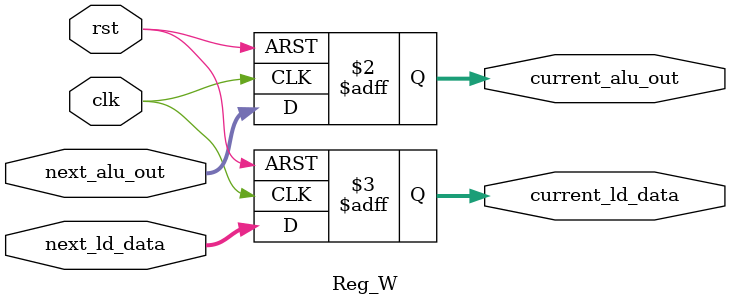
<source format=v>
module Reg_W (
    input clk,
    input rst,
    input [31:0] next_alu_out,
    input [31:0] next_ld_data,
    output reg [31:0] current_alu_out,
    output reg [31:0] current_ld_data

);

always @(posedge clk or posedge rst) begin
    if(rst)begin
        current_alu_out <= 32'b0;
        current_ld_data <= 32'b0;
    end
    else begin
        current_alu_out <= next_alu_out;
        current_ld_data <= next_ld_data;
    end
    
end



endmodule
</source>
